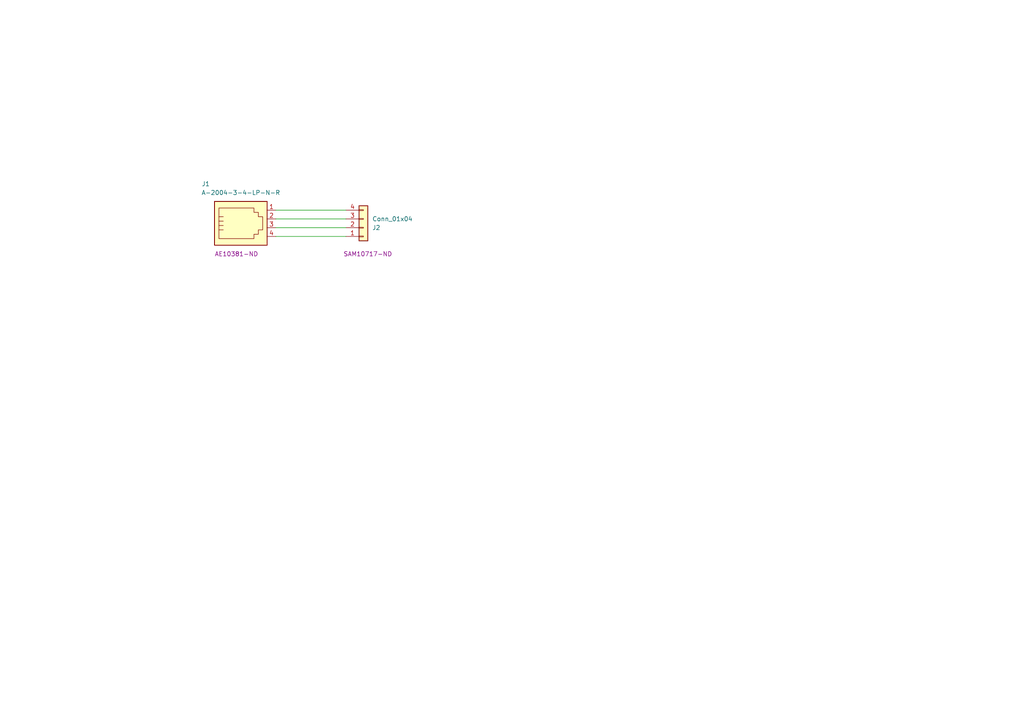
<source format=kicad_sch>
(kicad_sch (version 20230121) (generator eeschema)
  (paper "A4")
  (lib_symbols
    (symbol "Connector:4P4C" (pin_names (offset 1.016))
      (property "Reference" "J" (at -5.08 8.89 0))
      (property "Value" "4P4C" (at 2.54 8.89 0))
      (symbol "4P4C_0_1"
        (polyline (pts (xy -6.35 -0.635) (xy -5.08 -0.635) (xy -5.08 -0.635)))
        (polyline (pts (xy -6.35 0.635) (xy -5.08 0.635) (xy -5.08 0.635)))
        (polyline (pts (xy -6.35 1.905) (xy -5.08 1.905) (xy -5.08 1.905)))
        (polyline (pts (xy -6.35 3.175) (xy -5.08 3.175) (xy -5.08 3.175)))
        (polyline (pts (xy -6.35 -3.175) (xy -6.35 5.715) (xy -1.27 5.715) (xy 3.81 5.715) (xy 3.81 4.445) (xy 5.08 4.445) (xy 5.08 3.175) (xy 6.35 3.175) (xy 6.35 -0.635) (xy 5.08 -0.635) (xy 5.08 -1.905) (xy 3.81 -1.905) (xy 3.81 -3.175) (xy -6.35 -3.175) (xy -6.35 -3.175)))
        (rectangle (start 7.62 7.62) (end -7.62 -5.08) (stroke (width 0.254)) (fill (type background)))
      )
      (symbol "4P4C_1_1"
        (pin passive line (at 10.16 -2.54 180) (length 2.54) (name "~") (number "1"))
        (pin passive line (at 10.16 0 180) (length 2.54) (name "~") (number "2"))
        (pin passive line (at 10.16 2.54 180) (length 2.54) (name "~") (number "3"))
        (pin passive line (at 10.16 5.08 180) (length 2.54) (name "~") (number "4"))
      )
    )
    (symbol "Connector_Generic:Conn_01x04" (pin_names (offset 1.016) hide)
      (property "Reference" "J" (at 0 5.08 0))
      (property "Value" "Conn_01x04" (at 0 -7.62 0))
      (symbol "Conn_01x04_1_1"
        (rectangle (start -1.27 -4.953) (end 0 -5.207) (stroke (width 0.1524)))
        (rectangle (start -1.27 -2.413) (end 0 -2.667) (stroke (width 0.1524)))
        (rectangle (start -1.27 0.127) (end 0 -0.127) (stroke (width 0.1524)))
        (rectangle (start -1.27 2.667) (end 0 2.413) (stroke (width 0.1524)))
        (rectangle (start -1.27 3.81) (end 1.27 -6.35) (stroke (width 0.254)) (fill (type background)))
        (pin passive line (at -5.08 2.54 0) (length 3.81) (name "Pin_1") (number "1"))
        (pin passive line (at -5.08 0 0) (length 3.81) (name "Pin_2") (number "2"))
        (pin passive line (at -5.08 -2.54 0) (length 3.81) (name "Pin_3") (number "3"))
        (pin passive line (at -5.08 -5.08 0) (length 3.81) (name "Pin_4") (number "4"))
      )
    )
  )
  (wire (pts (xy 100.33 68.58) (xy 80.01 68.58)))
  (wire (pts (xy 100.33 63.5) (xy 80.01 63.5)))
  (wire (pts (xy 100.33 60.96) (xy 80.01 60.96)))
  (wire (pts (xy 100.33 66.04) (xy 80.01 66.04)))
  (symbol (lib_id "Connector_Generic:Conn_01x04") (at 105.41 66.04 0) (mirror x) (unit 1)
    (property "Reference" "J2" (at 107.95 66.04 0) (effects (justify left)))
    (property "Value" "Conn_01x04" (at 107.95 63.5 0) (effects (justify left)))
    (property "Footprint" "Connector_PinHeader_1.27mm:PinHeader_1x04_P1.27mm_Vertical" (effects hide))
    (property "CatNo" "SAM10717-ND" (at 106.68 73.66 0))
    (property "MfgNo" "SLM-104-01-G-S" (effects hide))
  )
  (symbol (lib_id "Connector:4P4C") (at 69.85 63.5 0) (mirror x) (unit 1)
    (property "Reference" "J1" (at 59.69 53.34 0))
    (property "Value" "A-2004-3-4-LP-N-R" (at 69.85 55.88 0))
    (property "Footprint" "my_RJ:A-2004-3-4-LP" (effects hide))
    (property "CatNo" "AE10381-ND" (at 68.58 73.66 0))
    (property "MfgNo" "A-2004-3-4-LP-N-R" (effects hide))
  )
)
</source>
